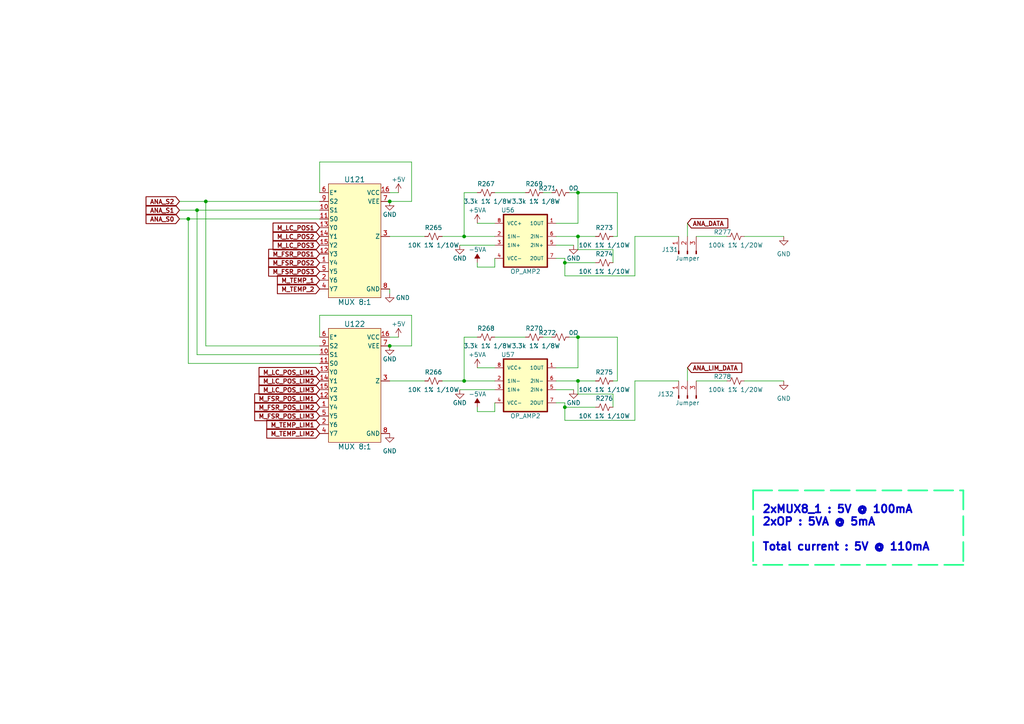
<source format=kicad_sch>
(kicad_sch (version 20211123) (generator eeschema)
  (paper "A4")
  (lib_symbols
    (symbol "Connector:Conn_01x03_Male" (pin_names (offset 1.016) hide)
      (property "Reference" "J" (at 0 5.08 0))
      (property "Value" "Conn_01x03_Male" (at 0 -5.08 0))
      (symbol "Conn_01x03_Male_1_1"
        (polyline (pts (xy 1.27 -2.54) (xy 0.8636 -2.54)) (stroke (width 0.1524)))
        (polyline (pts (xy 1.27 0) (xy 0.8636 0)) (stroke (width 0.1524)))
        (polyline (pts (xy 1.27 2.54) (xy 0.8636 2.54)) (stroke (width 0.1524)))
        (rectangle (start 0.8636 -2.413) (end 0 -2.667) (stroke (width 0.1524)) (fill (type outline)))
        (rectangle (start 0.8636 0.127) (end 0 -0.127) (stroke (width 0.1524)) (fill (type outline)))
        (rectangle (start 0.8636 2.667) (end 0 2.413) (stroke (width 0.1524)) (fill (type outline)))
        (pin passive line (at 5.08 2.54 180) (length 3.81) (name "Pin_1") (number "1"))
        (pin passive line (at 5.08 0 180) (length 3.81) (name "Pin_2") (number "2"))
        (pin passive line (at 5.08 -2.54 180) (length 3.81) (name "Pin_3") (number "3"))
      )
    )
    (symbol "Device:R_Small_US" (pin_numbers hide) (pin_names (offset 0.254) hide)
      (property "Reference" "R" (at 0.762 0.508 0))
      (property "Value" "R_Small_US" (at 0.762 -1.016 0))
      (symbol "R_Small_US_1_1"
        (polyline (pts (xy 0 0) (xy 1.016 -0.381) (xy 0 -0.762) (xy -1.016 -1.143) (xy 0 -1.524)))
        (polyline (pts (xy 0 1.524) (xy 1.016 1.143) (xy 0 0.762) (xy -1.016 0.381) (xy 0 0)))
        (pin passive line (at 0 2.54 270) (length 1.016) (name "~") (number "1"))
        (pin passive line (at 0 -2.54 90) (length 1.016) (name "~") (number "2"))
      )
    )
    (symbol "SymLib:74HC4051PW" (pin_names (offset 0.254))
      (property "Reference" "U" (at 21.59 10.16 0))
      (property "Value" "74HC4051PW" (at 22.86 6.35 0))
      (symbol "74HC4051PW_0_0"
        (rectangle (start 15.24 5.08) (end 30.48 -27.94) (fill (type background)))
      )
      (symbol "74HC4051PW_0_1"
        (pin bidirectional line (at 12.7 -17.78 0) (length 2.54) (name "Y4") (number "1"))
        (pin input line (at 12.7 -2.54 0) (length 2.54) (name "S1") (number "10"))
        (pin input line (at 12.7 -5.08 0) (length 2.54) (name "S0") (number "11"))
        (pin bidirectional line (at 12.7 -15.24 0) (length 2.54) (name "Y3") (number "12"))
        (pin bidirectional line (at 12.7 -7.62 0) (length 2.54) (name "Y0") (number "13"))
        (pin bidirectional line (at 12.7 -10.16 0) (length 2.54) (name "Y1") (number "14"))
        (pin bidirectional line (at 12.7 -12.7 0) (length 2.54) (name "Y2") (number "15"))
        (pin power_in line (at 33.02 2.54 180) (length 2.54) (name "VCC") (number "16"))
        (pin bidirectional line (at 12.7 -22.86 0) (length 2.54) (name "Y6") (number "2"))
        (pin bidirectional line (at 33.02 -10.16 180) (length 2.54) (name "Z") (number "3"))
        (pin bidirectional line (at 12.7 -25.4 0) (length 2.54) (name "Y7") (number "4"))
        (pin bidirectional line (at 12.7 -20.32 0) (length 2.54) (name "Y5") (number "5"))
        (pin input line (at 12.7 2.54 0) (length 2.54) (name "E*") (number "6"))
        (pin power_in line (at 33.02 0 180) (length 2.54) (name "VEE") (number "7"))
        (pin power_in line (at 33.02 -25.4 180) (length 2.54) (name "GND") (number "8"))
        (pin input line (at 12.7 0 0) (length 2.54) (name "S2") (number "9"))
      )
    )
    (symbol "SymLib:TL072IDR" (pin_names (offset 1.016))
      (property "Reference" "U" (at -6.35 12.7 0))
      (property "Value" "TL072IDR" (at -6.35 -5.08 0))
      (symbol "TL072IDR_0_0"
        (rectangle (start -6.35 12.7) (end 6.35 -2.54) (stroke (width 0.41)) (fill (type background)))
        (pin output line (at 8.89 10.16 180) (length 2.54) (name "1OUT") (number "1"))
        (pin input line (at -8.89 6.35 0) (length 2.54) (name "1IN-") (number "2"))
        (pin input line (at -8.89 3.81 0) (length 2.54) (name "1IN+") (number "3"))
        (pin power_in line (at -8.89 0 0) (length 2.54) (name "VCC-") (number "4"))
        (pin input line (at 8.89 3.81 180) (length 2.54) (name "2IN+") (number "5"))
        (pin input line (at 8.89 6.35 180) (length 2.54) (name "2IN-") (number "6"))
        (pin output line (at 8.89 0 180) (length 2.54) (name "2OUT") (number "7"))
        (pin power_in line (at -8.89 10.16 0) (length 2.54) (name "VCC+") (number "8"))
      )
    )
    (symbol "power:+5V" (power) (pin_names (offset 0))
      (property "Value" "+5V" (at 0 3.556 0))
      (symbol "+5V_0_1"
        (polyline (pts (xy -0.762 1.27) (xy 0 2.54)))
        (polyline (pts (xy 0 0) (xy 0 2.54)))
        (polyline (pts (xy 0 2.54) (xy 0.762 1.27)))
      )
      (symbol "+5V_1_1"
        (pin power_in line (at 0 0 90) (length 0) hide (name "+5V") (number "1"))
      )
    )
    (symbol "power:+5VA" (power) (pin_names (offset 0))
      (property "Value" "+5VA" (at 0 3.556 0))
      (symbol "+5VA_0_1"
        (polyline (pts (xy -0.762 1.27) (xy 0 2.54)))
        (polyline (pts (xy 0 0) (xy 0 2.54)))
        (polyline (pts (xy 0 2.54) (xy 0.762 1.27)))
      )
      (symbol "+5VA_1_1"
        (pin power_in line (at 0 0 90) (length 0) hide (name "+5VA") (number "1"))
      )
    )
    (symbol "power:-5VA" (power) (pin_names (offset 0))
      (property "Value" "-5VA" (at 0 3.81 0))
      (symbol "-5VA_0_0"
        (pin power_in line (at 0 0 90) (length 0) hide (name "-5VA") (number "1"))
      )
      (symbol "-5VA_0_1"
        (polyline (pts (xy 0 0) (xy 0 1.27) (xy 0.762 1.27) (xy 0 2.54) (xy -0.762 1.27) (xy 0 1.27)) (fill (type outline)))
      )
    )
    (symbol "power:GND" (power) (pin_names (offset 0))
      (property "Value" "GND" (at 0 -3.81 0))
      (symbol "GND_0_1"
        (polyline (pts (xy 0 0) (xy 0 -1.27) (xy 1.27 -1.27) (xy 0 -2.54) (xy -1.27 -1.27) (xy 0 -1.27)))
      )
      (symbol "GND_1_1"
        (pin power_in line (at 0 0 270) (length 0) hide (name "GND") (number "1"))
      )
    )
  )
  (junction (at 134.62 68.58))
  (junction (at 167.64 68.58))
  (junction (at 163.83 118.11))
  (junction (at 57.15 60.96))
  (junction (at 163.83 76.2))
  (junction (at 59.69 58.42))
  (junction (at 134.62 110.49))
  (junction (at 113.03 58.42))
  (junction (at 113.03 100.33))
  (junction (at 167.64 97.79))
  (junction (at 167.64 110.49))
  (junction (at 167.64 55.88))
  (junction (at 54.61 63.5))
  (wire (pts (xy 179.07 55.88) (xy 179.07 68.58)))
  (wire (pts (xy 177.8 76.2) (xy 177.8 72.39)))
  (wire (pts (xy 92.71 55.88) (xy 92.71 46.99)))
  (wire (pts (xy 128.27 110.49) (xy 134.62 110.49)))
  (wire (pts (xy 161.29 68.58) (xy 167.64 68.58)))
  (wire (pts (xy 113.03 83.82) (xy 113.03 85.09)))
  (polyline (pts (xy 279.4 163.83) (xy 218.44 163.83)) (stroke (width 0.5) (type dash) (color 39 255 141 1)))
  (wire (pts (xy 179.07 110.49) (xy 177.8 110.49)))
  (wire (pts (xy 134.62 110.49) (xy 143.51 110.49)))
  (wire (pts (xy 179.07 68.58) (xy 177.8 68.58)))
  (wire (pts (xy 119.38 100.33) (xy 113.03 100.33)))
  (wire (pts (xy 184.15 121.92) (xy 184.15 110.49)))
  (polyline (pts (xy 218.44 142.24) (xy 218.44 163.83)) (stroke (width 0.5) (type dash) (color 39 255 141 1)))
  (wire (pts (xy 163.83 76.2) (xy 163.83 74.93)))
  (wire (pts (xy 119.38 58.42) (xy 113.03 58.42)))
  (wire (pts (xy 167.64 64.77) (xy 161.29 64.77)))
  (wire (pts (xy 113.03 110.49) (xy 123.19 110.49)))
  (wire (pts (xy 113.03 68.58) (xy 123.19 68.58)))
  (wire (pts (xy 184.15 80.01) (xy 184.15 68.58)))
  (wire (pts (xy 134.62 97.79) (xy 138.43 97.79)))
  (wire (pts (xy 138.43 119.38) (xy 138.43 118.11)))
  (wire (pts (xy 52.07 63.5) (xy 54.61 63.5)))
  (wire (pts (xy 163.83 118.11) (xy 163.83 121.92)))
  (wire (pts (xy 167.64 110.49) (xy 172.72 110.49)))
  (wire (pts (xy 52.07 60.96) (xy 57.15 60.96)))
  (wire (pts (xy 163.83 80.01) (xy 184.15 80.01)))
  (wire (pts (xy 167.64 106.68) (xy 161.29 106.68)))
  (wire (pts (xy 201.93 110.49) (xy 210.82 110.49)))
  (wire (pts (xy 59.69 100.33) (xy 92.71 100.33)))
  (wire (pts (xy 199.39 106.68) (xy 199.39 110.49)))
  (wire (pts (xy 133.35 113.03) (xy 143.51 113.03)))
  (wire (pts (xy 54.61 63.5) (xy 92.71 63.5)))
  (wire (pts (xy 133.35 71.12) (xy 143.51 71.12)))
  (wire (pts (xy 134.62 55.88) (xy 138.43 55.88)))
  (wire (pts (xy 172.72 118.11) (xy 163.83 118.11)))
  (wire (pts (xy 113.03 97.79) (xy 115.57 97.79)))
  (wire (pts (xy 138.43 64.77) (xy 143.51 64.77)))
  (wire (pts (xy 184.15 110.49) (xy 196.85 110.49)))
  (wire (pts (xy 165.1 55.88) (xy 167.64 55.88)))
  (wire (pts (xy 199.39 64.77) (xy 199.39 68.58)))
  (wire (pts (xy 59.69 58.42) (xy 92.71 58.42)))
  (wire (pts (xy 157.48 55.88) (xy 160.02 55.88)))
  (wire (pts (xy 167.64 97.79) (xy 179.07 97.79)))
  (wire (pts (xy 161.29 71.12) (xy 166.37 71.12)))
  (wire (pts (xy 201.93 68.58) (xy 210.82 68.58)))
  (wire (pts (xy 163.83 74.93) (xy 161.29 74.93)))
  (wire (pts (xy 177.8 72.39) (xy 167.64 72.39)))
  (wire (pts (xy 138.43 106.68) (xy 143.51 106.68)))
  (wire (pts (xy 167.64 97.79) (xy 167.64 106.68)))
  (wire (pts (xy 167.64 68.58) (xy 172.72 68.58)))
  (wire (pts (xy 215.9 110.49) (xy 227.33 110.49)))
  (wire (pts (xy 161.29 113.03) (xy 166.37 113.03)))
  (wire (pts (xy 134.62 97.79) (xy 134.62 110.49)))
  (polyline (pts (xy 279.4 142.24) (xy 279.4 163.83)) (stroke (width 0.5) (type dash) (color 39 255 141 1)))
  (wire (pts (xy 157.48 97.79) (xy 160.02 97.79)))
  (wire (pts (xy 138.43 77.47) (xy 138.43 76.2)))
  (wire (pts (xy 92.71 91.44) (xy 119.38 91.44)))
  (wire (pts (xy 143.51 55.88) (xy 152.4 55.88)))
  (wire (pts (xy 59.69 58.42) (xy 59.69 100.33)))
  (wire (pts (xy 143.51 97.79) (xy 152.4 97.79)))
  (wire (pts (xy 163.83 121.92) (xy 184.15 121.92)))
  (wire (pts (xy 163.83 116.84) (xy 161.29 116.84)))
  (wire (pts (xy 167.64 114.3) (xy 167.64 110.49)))
  (polyline (pts (xy 218.44 142.24) (xy 279.4 142.24)) (stroke (width 0.5) (type dash) (color 39 255 141 1)))
  (wire (pts (xy 167.64 72.39) (xy 167.64 68.58)))
  (wire (pts (xy 138.43 77.47) (xy 143.51 77.47)))
  (wire (pts (xy 143.51 74.93) (xy 143.51 77.47)))
  (wire (pts (xy 57.15 60.96) (xy 92.71 60.96)))
  (wire (pts (xy 215.9 68.58) (xy 227.33 68.58)))
  (wire (pts (xy 119.38 46.99) (xy 119.38 58.42)))
  (wire (pts (xy 54.61 105.41) (xy 92.71 105.41)))
  (wire (pts (xy 92.71 46.99) (xy 119.38 46.99)))
  (wire (pts (xy 165.1 97.79) (xy 167.64 97.79)))
  (wire (pts (xy 163.83 118.11) (xy 163.83 116.84)))
  (wire (pts (xy 163.83 76.2) (xy 163.83 80.01)))
  (wire (pts (xy 177.8 118.11) (xy 177.8 114.3)))
  (wire (pts (xy 119.38 91.44) (xy 119.38 100.33)))
  (wire (pts (xy 177.8 114.3) (xy 167.64 114.3)))
  (wire (pts (xy 143.51 116.84) (xy 143.51 119.38)))
  (wire (pts (xy 172.72 76.2) (xy 163.83 76.2)))
  (wire (pts (xy 161.29 110.49) (xy 167.64 110.49)))
  (wire (pts (xy 134.62 68.58) (xy 143.51 68.58)))
  (wire (pts (xy 52.07 58.42) (xy 59.69 58.42)))
  (wire (pts (xy 138.43 119.38) (xy 143.51 119.38)))
  (wire (pts (xy 128.27 68.58) (xy 134.62 68.58)))
  (wire (pts (xy 134.62 55.88) (xy 134.62 68.58)))
  (wire (pts (xy 167.64 55.88) (xy 167.64 64.77)))
  (wire (pts (xy 57.15 102.87) (xy 92.71 102.87)))
  (wire (pts (xy 167.64 55.88) (xy 179.07 55.88)))
  (wire (pts (xy 179.07 97.79) (xy 179.07 110.49)))
  (wire (pts (xy 196.85 68.58) (xy 184.15 68.58)))
  (wire (pts (xy 54.61 63.5) (xy 54.61 105.41)))
  (wire (pts (xy 113.03 55.88) (xy 115.57 55.88)))
  (wire (pts (xy 57.15 60.96) (xy 57.15 102.87)))
  (wire (pts (xy 92.71 97.79) (xy 92.71 91.44)))
  (text "2xMUX8_1 : 5V @ 100mA\n2xOP : 5VA @ 5mA\n\nTotal current : 5V @ 110mA" (at 220.98 160.02 0) (effects (font (size 2.25 2.25) (thickness 0.5) bold) (justify left bottom)))
  (global_label "ANA_LIM_DATA" (shape input) (at 199.39 106.68 0) (effects (font bold)) (property "Intersheet References" "${INTERSHEET_REFS}" (effects hide)))
  (global_label "M_TEMP_2" (shape input) (at 92.71 83.82 180) (effects (font bold)) (property "Intersheet References" "${INTERSHEET_REFS}" (effects hide)))
  (global_label "M_FSR_POS3" (shape input) (at 92.71 78.74 180) (effects (font (thickness 0.254) bold)) (property "Intersheet References" "${INTERSHEET_REFS}" (effects hide)))
  (global_label "M_FSR_POS_LIM1" (shape input) (at 92.71 115.57 180) (effects (font (thickness 0.254) bold)) (property "Intersheet References" "${INTERSHEET_REFS}" (effects hide)))
  (global_label "M_TEMP_LIM1" (shape input) (at 92.71 123.19 180) (effects (font bold)) (property "Intersheet References" "${INTERSHEET_REFS}" (effects hide)))
  (global_label "M_LC_POS3" (shape input) (at 92.71 71.12 180) (effects (font (thickness 0.254) bold)) (property "Intersheet References" "${INTERSHEET_REFS}" (effects hide)))
  (global_label "M_FSR_POS_LIM3" (shape input) (at 92.71 120.65 180) (effects (font (thickness 0.254) bold)) (property "Intersheet References" "${INTERSHEET_REFS}" (effects hide)))
  (global_label "M_LC_POS_LIM1" (shape input) (at 92.71 107.95 180) (effects (font (thickness 0.254) bold)) (property "Intersheet References" "${INTERSHEET_REFS}" (effects hide)))
  (global_label "ANA_DATA" (shape input) (at 199.39 64.77 0) (effects (font bold)) (property "Intersheet References" "${INTERSHEET_REFS}" (effects hide)))
  (global_label "M_LC_POS_LIM3" (shape input) (at 92.71 113.03 180) (effects (font (thickness 0.254) bold)) (property "Intersheet References" "${INTERSHEET_REFS}" (effects hide)))
  (global_label "M_FSR_POS1" (shape input) (at 92.71 73.66 180) (effects (font (thickness 0.254) bold)) (property "Intersheet References" "${INTERSHEET_REFS}" (effects hide)))
  (global_label "M_TEMP_1" (shape input) (at 92.71 81.28 180) (effects (font bold)) (property "Intersheet References" "${INTERSHEET_REFS}" (effects hide)))
  (global_label "M_FSR_POS_LIM2" (shape input) (at 92.71 118.11 180) (effects (font (thickness 0.254) bold)) (property "Intersheet References" "${INTERSHEET_REFS}" (effects hide)))
  (global_label "ANA_S0" (shape input) (at 52.07 63.5 180) (effects (font (thickness 0.254) bold)) (property "Intersheet References" "${INTERSHEET_REFS}" (effects hide)))
  (global_label "M_TEMP_LIM2" (shape input) (at 92.71 125.73 180) (effects (font bold)) (property "Intersheet References" "${INTERSHEET_REFS}" (effects hide)))
  (global_label "ANA_S1" (shape input) (at 52.07 60.96 180) (effects (font (thickness 0.254) bold)) (property "Intersheet References" "${INTERSHEET_REFS}" (effects hide)))
  (global_label "M_LC_POS2" (shape input) (at 92.71 68.58 180) (effects (font (thickness 0.254) bold)) (property "Intersheet References" "${INTERSHEET_REFS}" (effects hide)))
  (global_label "M_FSR_POS2" (shape input) (at 92.71 76.2 180) (effects (font (thickness 0.254) bold)) (property "Intersheet References" "${INTERSHEET_REFS}" (effects hide)))
  (global_label "M_LC_POS1" (shape input) (at 92.71 66.04 180) (effects (font (thickness 0.254) bold)) (property "Intersheet References" "${INTERSHEET_REFS}" (effects hide)))
  (global_label "M_LC_POS_LIM2" (shape input) (at 92.71 110.49 180) (effects (font (thickness 0.254) bold)) (property "Intersheet References" "${INTERSHEET_REFS}" (effects hide)))
  (global_label "ANA_S2" (shape input) (at 52.07 58.42 180) (effects (font (thickness 0.254) bold)) (property "Intersheet References" "${INTERSHEET_REFS}" (effects hide)))
  (symbol (lib_id "power:+5V") (at 115.57 97.79 0) (unit 1)
    (property "Reference" "#PWR0600" (effects hide))
    (property "Value" "+5V" (at 115.57 93.98 0))
  )
  (symbol (lib_id "power:+5V") (at 115.57 55.88 0) (unit 1)
    (property "Reference" "#PWR0599" (effects hide))
    (property "Value" "+5V" (at 115.57 52.07 0))
  )
  (symbol (lib_id "Device:R_Small_US") (at 213.36 68.58 90) (unit 1)
    (property "Reference" "R277" (at 209.55 67.31 90))
    (property "Value" "100k 1% 1/20W" (at 213.36 71.12 90))
    (property "Footprint" "Resistor_SMD:R_0201_0603Metric" (effects hide))
    (property "PACKAGE" "0201 (0603 Metric)" (effects hide))
    (property "PART NUMBER" "ERJ-1GNF1003C" (effects hide))
    (property "TYPE" "SMD" (effects hide))
    (property "MANUFACTURER" "Panasonic Electronic Components" (effects hide))
    (property "DESCRIPTION" "100 kOhms ±1% 0.05W, 1/20W Chip Resistor 0201 (0603 Metric) Thick Film" (effects hide))
  )
  (symbol (lib_id "power:GND") (at 133.35 113.03 0) (unit 1)
    (property "Reference" "#PWR0505" (effects hide))
    (property "Value" "GND" (at 133.35 116.84 0))
  )
  (symbol (lib_id "power:-5VA") (at 138.43 76.2 0) (unit 1)
    (property "Reference" "#PWR0507" (effects hide))
    (property "Value" "-5VA" (at 135.89 72.39 0) (effects (justify left)))
  )
  (symbol (lib_id "power:GND") (at 113.03 85.09 0) (unit 1)
    (property "Reference" "#PWR0596" (effects hide))
    (property "Value" "GND" (at 116.84 86.36 0))
  )
  (symbol (lib_id "power:+5VA") (at 138.43 106.68 0) (unit 1)
    (property "Reference" "#PWR0508" (effects hide))
    (property "Value" "+5VA" (at 138.43 102.87 0))
  )
  (symbol (lib_id "SymLib:TL072IDR") (at 152.4 116.84 0) (unit 1)
    (property "Reference" "U57" (at 147.32 102.87 0))
    (property "Value" "OP_AMP2" (at 152.4 120.65 0))
    (property "Footprint" "FootPrintLib:SOIC127P599X175-8N" (effects hide))
    (property "DESCRIPTION" "J-FET Amplifier 2 Circuit 8-SOIC" (effects hide))
    (property "MANUFACTURER" "Texas Instrument" (effects hide))
    (property "PACKAGE" "8-SOIC (0.154\", 3.90mm Width)" (effects hide))
    (property "PART NUMBER" "TL072IDR" (effects hide))
    (property "TYPE" "SMD" (effects hide))
  )
  (symbol (lib_id "power:GND") (at 113.03 100.33 0) (unit 1)
    (property "Reference" "#PWR0597" (effects hide))
    (property "Value" "GND" (at 113.03 104.14 0))
  )
  (symbol (lib_id "Device:R_Small_US") (at 175.26 76.2 90) (unit 1)
    (property "Reference" "R274" (at 175.26 73.66 90))
    (property "Value" "10K 1% 1/10W" (at 175.26 78.74 90))
    (property "Footprint" "Resistor_SMD:R_0603_1608Metric" (effects hide))
    (property "PACKAGE" "0603 (1608 Metric)" (effects hide))
    (property "PART NUMBER" "ERJ-3EKF1002V" (effects hide))
    (property "TYPE" "SMD" (effects hide))
    (property "MANUFACTURER" "Panasonic Electronic Components" (effects hide))
    (property "DESCRIPTION" "10 kOhms ±1% 0.1W, 1/10W Chip Resistor 0603 (1608 Metric) Automotive AEC-Q200 Thick Film" (effects hide))
  )
  (symbol (lib_id "Device:R_Small_US") (at 140.97 55.88 90) (unit 1)
    (property "Reference" "R267" (at 140.97 53.34 90))
    (property "Value" " 3.3k 1% 1/8W" (at 140.97 58.42 90))
    (property "Footprint" "Resistor_SMD:R_0805_2012Metric" (effects hide))
    (property "PACKAGE" "0805 (2012 Metric)" (effects hide))
    (property "PART NUMBER" "ERJ-6ENF3301V" (effects hide))
    (property "TYPE" "SMD" (effects hide))
    (property "MANUFACTURER" "Panasonic Electronic Components" (effects hide))
    (property "DESCRIPTION" "3.3 kOhms ±1% 0.125W, 1/8W Chip Resistor 0805 (2012 Metric) Automotive AEC-Q200 Thick Film" (effects hide))
  )
  (symbol (lib_id "power:GND") (at 166.37 71.12 0) (mirror y) (unit 1)
    (property "Reference" "#PWR0510" (effects hide))
    (property "Value" "GND" (at 166.37 74.93 0))
  )
  (symbol (lib_id "Device:R_Small_US") (at 175.26 68.58 90) (unit 1)
    (property "Reference" "R273" (at 175.26 66.04 90))
    (property "Value" "10K 1% 1/10W" (at 175.26 71.12 90))
    (property "Footprint" "Resistor_SMD:R_0603_1608Metric" (effects hide))
    (property "PACKAGE" "0603 (1608 Metric)" (effects hide))
    (property "PART NUMBER" "ERJ-3EKF1002V" (effects hide))
    (property "TYPE" "SMD" (effects hide))
    (property "MANUFACTURER" "Panasonic Electronic Components" (effects hide))
    (property "DESCRIPTION" "10 kOhms ±1% 0.1W, 1/10W Chip Resistor 0603 (1608 Metric) Automotive AEC-Q200 Thick Film" (effects hide))
  )
  (symbol (lib_id "Device:R_Small_US") (at 154.94 97.79 90) (unit 1)
    (property "Reference" "R270" (at 154.94 95.25 90))
    (property "Value" " 3.3k 1% 1/8W" (at 154.94 100.33 90))
    (property "Footprint" "Resistor_SMD:R_0805_2012Metric" (effects hide))
    (property "PACKAGE" "0805 (2012 Metric)" (effects hide))
    (property "PART NUMBER" "ERJ-6ENF3301V" (effects hide))
    (property "TYPE" "SMD" (effects hide))
    (property "MANUFACTURER" "Panasonic Electronic Components" (effects hide))
    (property "DESCRIPTION" "3.3 kOhms ±1% 0.125W, 1/8W Chip Resistor 0805 (2012 Metric) Automotive AEC-Q200 Thick Film" (effects hide))
  )
  (symbol (lib_id "SymLib:74HC4051PW") (at 80.01 100.33 0) (unit 1)
    (property "Reference" "U122" (at 102.87 93.98 0) (effects (font (size 1.524 1.524))))
    (property "Value" "MUX 8:1" (at 102.87 129.54 0) (effects (font (size 1.524 1.524))))
    (property "Footprint" "FootPrint:SOT403-1_NXP" (effects hide))
    (property "Datasheet" "74HC4051PW" (effects hide))
    (property "DESCRIPTION" "1 Circuit IC Switch 8:1 120Ohm 16-TSSOP" (effects hide))
    (property "MANUFACTURER" "Nexperia USA Inc." (effects hide))
    (property "PACKAGE" "16-TSSOP (0.173\", 4.40mm Width)" (effects hide))
    (property "PART NUMBER" "74HC4051PW,118" (effects hide))
    (property "TYPE" "SMD" (effects hide))
  )
  (symbol (lib_id "power:+5VA") (at 138.43 64.77 0) (unit 1)
    (property "Reference" "#PWR0506" (effects hide))
    (property "Value" "+5VA" (at 138.43 60.96 0))
  )
  (symbol (lib_id "SymLib:74HC4051PW") (at 80.01 58.42 0) (unit 1)
    (property "Reference" "U121" (at 102.87 52.07 0) (effects (font (size 1.524 1.524))))
    (property "Value" "MUX 8:1" (at 102.87 87.63 0) (effects (font (size 1.524 1.524))))
    (property "Footprint" "FootPrint:SOT403-1_NXP" (effects hide))
    (property "Datasheet" "74HC4051PW" (effects hide))
    (property "DESCRIPTION" "1 Circuit IC Switch 8:1 120Ohm 16-TSSOP" (effects hide))
    (property "MANUFACTURER" "Nexperia USA Inc." (effects hide))
    (property "PACKAGE" "16-TSSOP (0.173\", 4.40mm Width)" (effects hide))
    (property "PART NUMBER" "74HC4051PW,118" (effects hide))
    (property "TYPE" "SMD" (effects hide))
  )
  (symbol (lib_id "power:GND") (at 166.37 113.03 0) (mirror y) (unit 1)
    (property "Reference" "#PWR0511" (effects hide))
    (property "Value" "GND" (at 166.37 116.84 0))
  )
  (symbol (lib_id "Device:R_Small_US") (at 175.26 118.11 90) (unit 1)
    (property "Reference" "R276" (at 175.26 115.57 90))
    (property "Value" "10K 1% 1/10W" (at 175.26 120.65 90))
    (property "Footprint" "Resistor_SMD:R_0603_1608Metric" (effects hide))
    (property "PACKAGE" "0603 (1608 Metric)" (effects hide))
    (property "PART NUMBER" "ERJ-3EKF1002V" (effects hide))
    (property "TYPE" "SMD" (effects hide))
    (property "MANUFACTURER" "Panasonic Electronic Components" (effects hide))
    (property "DESCRIPTION" "10 kOhms ±1% 0.1W, 1/10W Chip Resistor 0603 (1608 Metric) Automotive AEC-Q200 Thick Film" (effects hide))
  )
  (symbol (lib_id "Device:R_Small_US") (at 140.97 97.79 90) (unit 1)
    (property "Reference" "R268" (at 140.97 95.25 90))
    (property "Value" " 3.3k 1% 1/8W" (at 140.97 100.33 90))
    (property "Footprint" "Resistor_SMD:R_0805_2012Metric" (effects hide))
    (property "PACKAGE" "0805 (2012 Metric)" (effects hide))
    (property "PART NUMBER" "ERJ-6ENF3301V" (effects hide))
    (property "TYPE" "SMD" (effects hide))
    (property "MANUFACTURER" "Panasonic Electronic Components" (effects hide))
    (property "DESCRIPTION" "3.3 kOhms ±1% 0.125W, 1/8W Chip Resistor 0805 (2012 Metric) Automotive AEC-Q200 Thick Film" (effects hide))
  )
  (symbol (lib_id "power:GND") (at 227.33 68.58 0) (mirror y) (unit 1)
    (property "Reference" "#PWR0603" (effects hide))
    (property "Value" "GND" (at 227.33 73.66 0))
  )
  (symbol (lib_id "Device:R_Small_US") (at 154.94 55.88 90) (unit 1)
    (property "Reference" "R269" (at 154.94 53.34 90))
    (property "Value" " 3.3k 1% 1/8W" (at 154.94 58.42 90))
    (property "Footprint" "Resistor_SMD:R_0805_2012Metric" (effects hide))
    (property "PACKAGE" "0805 (2012 Metric)" (effects hide))
    (property "PART NUMBER" "ERJ-6ENF3301V" (effects hide))
    (property "TYPE" "SMD" (effects hide))
    (property "MANUFACTURER" "Panasonic Electronic Components" (effects hide))
    (property "DESCRIPTION" "3.3 kOhms ±1% 0.125W, 1/8W Chip Resistor 0805 (2012 Metric) Automotive AEC-Q200 Thick Film" (effects hide))
  )
  (symbol (lib_id "Device:R_Small_US") (at 125.73 68.58 90) (unit 1)
    (property "Reference" "R265" (at 125.73 66.04 90))
    (property "Value" "10K 1% 1/10W" (at 125.73 71.12 90))
    (property "Footprint" "Resistor_SMD:R_0603_1608Metric" (effects hide))
    (property "PACKAGE" "0603 (1608 Metric)" (effects hide))
    (property "PART NUMBER" "ERJ-3EKF1002V" (effects hide))
    (property "TYPE" "SMD" (effects hide))
    (property "MANUFACTURER" "Panasonic Electronic Components" (effects hide))
    (property "DESCRIPTION" "10 kOhms ±1% 0.1W, 1/10W Chip Resistor 0603 (1608 Metric) Automotive AEC-Q200 Thick Film" (effects hide))
  )
  (symbol (lib_id "Device:R_Small_US") (at 162.56 55.88 90) (unit 1)
    (property "Reference" "R271" (at 158.75 54.61 90))
    (property "Value" "0Ω" (at 166.37 54.61 90))
    (property "Footprint" "Resistor_SMD:R_0805_2012Metric" (effects hide))
    (property "MANUFACTURER" "Panasonic Electronic Components" (effects hide))
    (property "PACKAGE" "0805 (2012 Metric)" (effects hide))
    (property "PART NUMBER" "ERJ-6GEY0R00V" (effects hide))
    (property "TYPE" "SMD" (effects hide))
    (property "DESCRIPTION" "0 Ohms Jumper Chip Resistor 0805 (2012 Metric) Automotive AEC-Q200 Thick Film" (effects hide))
  )
  (symbol (lib_id "power:GND") (at 133.35 71.12 0) (unit 1)
    (property "Reference" "#PWR0504" (effects hide))
    (property "Value" "GND" (at 133.35 74.93 0))
  )
  (symbol (lib_id "Connector:Conn_01x03_Male") (at 199.39 73.66 90) (unit 1)
    (property "Reference" "J131" (at 194.31 72.39 90))
    (property "Value" "Jumper" (at 199.39 74.93 90))
    (property "Footprint" "Connector_PinHeader_2.54mm:PinHeader_1x03_P2.54mm_Vertical" (effects hide))
    (property "DESCRIPTION" "CONN HEADER VERT 3POS 2.54MM" (effects hide))
    (property "MANUFACTURER" "Würth Elektronik" (effects hide))
    (property "PACKAGE" "Square 0.100\" (2.54mm)" (effects hide))
    (property "PART NUMBER" "61300311121" (effects hide))
    (property "TYPE" "Through Hole" (effects hide))
  )
  (symbol (lib_id "Device:R_Small_US") (at 213.36 110.49 90) (unit 1)
    (property "Reference" "R278" (at 209.55 109.22 90))
    (property "Value" "100k 1% 1/20W" (at 213.36 113.03 90))
    (property "Footprint" "Resistor_SMD:R_0201_0603Metric" (effects hide))
    (property "PACKAGE" "0201 (0603 Metric)" (effects hide))
    (property "PART NUMBER" "ERJ-1GNF1003C" (effects hide))
    (property "TYPE" "SMD" (effects hide))
    (property "MANUFACTURER" "Panasonic Electronic Components" (effects hide))
    (property "DESCRIPTION" "100 kOhms ±1% 0.05W, 1/20W Chip Resistor 0201 (0603 Metric) Thick Film" (effects hide))
  )
  (symbol (lib_id "Connector:Conn_01x03_Male") (at 199.39 115.57 90) (unit 1)
    (property "Reference" "J132" (at 193.04 114.3 90))
    (property "Value" "Jumper" (at 199.39 116.84 90))
    (property "Footprint" "Connector_PinHeader_2.54mm:PinHeader_1x03_P2.54mm_Vertical" (effects hide))
    (property "DESCRIPTION" "CONN HEADER VERT 3POS 2.54MM" (effects hide))
    (property "MANUFACTURER" "Würth Elektronik" (effects hide))
    (property "PACKAGE" "Square 0.100\" (2.54mm)" (effects hide))
    (property "PART NUMBER" "61300311121" (effects hide))
    (property "TYPE" "Through Hole" (effects hide))
  )
  (symbol (lib_id "Device:R_Small_US") (at 162.56 97.79 90) (unit 1)
    (property "Reference" "R272" (at 158.75 96.52 90))
    (property "Value" "0Ω" (at 166.37 96.52 90))
    (property "Footprint" "Resistor_SMD:R_0805_2012Metric" (effects hide))
    (property "MANUFACTURER" "Panasonic Electronic Components" (effects hide))
    (property "PACKAGE" "0805 (2012 Metric)" (effects hide))
    (property "PART NUMBER" "ERJ-6GEY0R00V" (effects hide))
    (property "TYPE" "SMD" (effects hide))
    (property "DESCRIPTION" "0 Ohms Jumper Chip Resistor 0805 (2012 Metric) Automotive AEC-Q200 Thick Film" (effects hide))
  )
  (symbol (lib_id "SymLib:TL072IDR") (at 152.4 74.93 0) (unit 1)
    (property "Reference" "U56" (at 147.32 60.96 0))
    (property "Value" "OP_AMP2" (at 152.4 78.74 0))
    (property "Footprint" "FootPrintLib:SOIC127P599X175-8N" (effects hide))
    (property "DESCRIPTION" "J-FET Amplifier 2 Circuit 8-SOIC" (effects hide))
    (property "MANUFACTURER" "Texas Instrument" (effects hide))
    (property "PACKAGE" "8-SOIC (0.154\", 3.90mm Width)" (effects hide))
    (property "PART NUMBER" "TL072IDR" (effects hide))
    (property "TYPE" "SMD" (effects hide))
  )
  (symbol (lib_id "Device:R_Small_US") (at 175.26 110.49 90) (unit 1)
    (property "Reference" "R275" (at 175.26 107.95 90))
    (property "Value" "10K 1% 1/10W" (at 175.26 113.03 90))
    (property "Footprint" "Resistor_SMD:R_0603_1608Metric" (effects hide))
    (property "PACKAGE" "0603 (1608 Metric)" (effects hide))
    (property "PART NUMBER" "ERJ-3EKF1002V" (effects hide))
    (property "TYPE" "SMD" (effects hide))
    (property "MANUFACTURER" "Panasonic Electronic Components" (effects hide))
    (property "DESCRIPTION" "10 kOhms ±1% 0.1W, 1/10W Chip Resistor 0603 (1608 Metric) Automotive AEC-Q200 Thick Film" (effects hide))
  )
  (symbol (lib_id "Device:R_Small_US") (at 125.73 110.49 90) (unit 1)
    (property "Reference" "R266" (at 125.73 107.95 90))
    (property "Value" "10K 1% 1/10W" (at 125.73 113.03 90))
    (property "Footprint" "Resistor_SMD:R_0603_1608Metric" (effects hide))
    (property "PACKAGE" "0603 (1608 Metric)" (effects hide))
    (property "PART NUMBER" "ERJ-3EKF1002V" (effects hide))
    (property "TYPE" "SMD" (effects hide))
    (property "MANUFACTURER" "Panasonic Electronic Components" (effects hide))
    (property "DESCRIPTION" "10 kOhms ±1% 0.1W, 1/10W Chip Resistor 0603 (1608 Metric) Automotive AEC-Q200 Thick Film" (effects hide))
  )
  (symbol (lib_id "power:GND") (at 113.03 125.73 0) (unit 1)
    (property "Reference" "#PWR0598" (effects hide))
    (property "Value" "GND" (at 113.03 130.81 0))
  )
  (symbol (lib_id "power:GND") (at 227.33 110.49 0) (mirror y) (unit 1)
    (property "Reference" "#PWR0604" (effects hide))
    (property "Value" "GND" (at 227.33 115.57 0))
  )
  (symbol (lib_id "power:GND") (at 113.03 58.42 0) (unit 1)
    (property "Reference" "#PWR0595" (effects hide))
    (property "Value" "GND" (at 113.03 62.23 0))
  )
  (symbol (lib_id "power:-5VA") (at 138.43 118.11 0) (unit 1)
    (property "Reference" "#PWR0509" (effects hide))
    (property "Value" "-5VA" (at 135.89 114.3 0) (effects (justify left)))
  )
)
</source>
